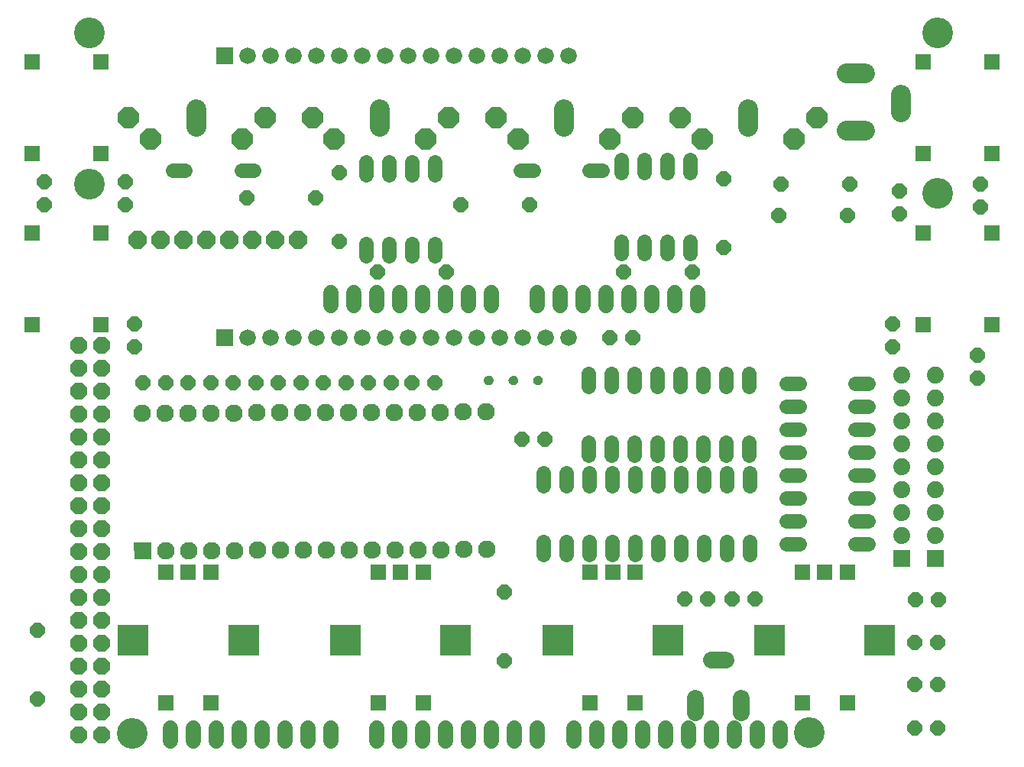
<source format=gts>
G75*
%MOIN*%
%OFA0B0*%
%FSLAX25Y25*%
%IPPOS*%
%LPD*%
%AMOC8*
5,1,8,0,0,1.08239X$1,22.5*
%
%ADD10C,0.13398*%
%ADD11C,0.06546*%
%ADD12OC8,0.07400*%
%ADD13R,0.07600X0.07600*%
%ADD14C,0.07600*%
%ADD15C,0.06400*%
%ADD16R,0.07200X0.07200*%
%ADD17C,0.07200*%
%ADD18R,0.07137X0.07137*%
%ADD19R,0.13461X0.13461*%
%ADD20OC8,0.06400*%
%ADD21R,0.07400X0.07400*%
%ADD22C,0.07400*%
%ADD23R,0.06743X0.06743*%
%ADD24C,0.07200*%
%ADD25C,0.08674*%
%ADD26OC8,0.07800*%
%ADD27OC8,0.09400*%
%ADD28C,0.08600*%
%ADD29C,0.00500*%
D10*
X0051358Y0011516D03*
X0032480Y0250984D03*
X0032480Y0316929D03*
X0346542Y0011606D03*
X0402559Y0247047D03*
X0402559Y0316929D03*
D11*
X0298071Y0203700D02*
X0298071Y0197954D01*
X0288071Y0197954D02*
X0288071Y0203700D01*
X0278071Y0203700D02*
X0278071Y0197954D01*
X0268071Y0197954D02*
X0268071Y0203700D01*
X0258071Y0203700D02*
X0258071Y0197954D01*
X0248071Y0197954D02*
X0248071Y0203700D01*
X0238071Y0203700D02*
X0238071Y0197954D01*
X0228071Y0197954D02*
X0228071Y0203700D01*
X0208071Y0203700D02*
X0208071Y0197954D01*
X0198071Y0197954D02*
X0198071Y0203700D01*
X0188071Y0203700D02*
X0188071Y0197954D01*
X0178071Y0197954D02*
X0178071Y0203700D01*
X0168071Y0203700D02*
X0168071Y0197954D01*
X0158071Y0197954D02*
X0158071Y0203700D01*
X0148071Y0203700D02*
X0148071Y0197954D01*
X0138071Y0197954D02*
X0138071Y0203700D01*
X0138071Y0013700D02*
X0138071Y0007954D01*
X0128071Y0007954D02*
X0128071Y0013700D01*
X0118071Y0013700D02*
X0118071Y0007954D01*
X0108071Y0007954D02*
X0108071Y0013700D01*
X0098071Y0013700D02*
X0098071Y0007954D01*
X0088071Y0007954D02*
X0088071Y0013700D01*
X0078071Y0013700D02*
X0078071Y0007954D01*
X0068071Y0007954D02*
X0068071Y0013700D01*
X0158071Y0013700D02*
X0158071Y0007954D01*
X0168071Y0007954D02*
X0168071Y0013700D01*
X0178071Y0013700D02*
X0178071Y0007954D01*
X0188071Y0007954D02*
X0188071Y0013700D01*
X0198071Y0013700D02*
X0198071Y0007954D01*
X0208071Y0007954D02*
X0208071Y0013700D01*
X0218071Y0013700D02*
X0218071Y0007954D01*
X0228071Y0007954D02*
X0228071Y0013700D01*
X0244071Y0013700D02*
X0244071Y0007954D01*
X0254071Y0007954D02*
X0254071Y0013700D01*
X0264071Y0013700D02*
X0264071Y0007954D01*
X0274071Y0007954D02*
X0274071Y0013700D01*
X0284071Y0013700D02*
X0284071Y0007954D01*
X0294071Y0007954D02*
X0294071Y0013700D01*
X0304071Y0013700D02*
X0304071Y0007954D01*
X0314071Y0007954D02*
X0314071Y0013700D01*
X0324071Y0013700D02*
X0324071Y0007954D01*
X0334071Y0007954D02*
X0334071Y0013700D01*
D12*
X0038071Y0010827D03*
X0038071Y0020827D03*
X0028071Y0020827D03*
X0028071Y0010827D03*
X0028071Y0030827D03*
X0028071Y0040827D03*
X0028071Y0050827D03*
X0028071Y0060827D03*
X0028071Y0070827D03*
X0038071Y0070827D03*
X0038071Y0060827D03*
X0038071Y0050827D03*
X0038071Y0040827D03*
X0038071Y0030827D03*
X0038071Y0080827D03*
X0038071Y0090827D03*
X0038071Y0100827D03*
X0038071Y0110827D03*
X0028071Y0110827D03*
X0028071Y0100827D03*
X0028071Y0090827D03*
X0028071Y0080827D03*
X0028071Y0120827D03*
X0028071Y0130827D03*
X0028071Y0140827D03*
X0028071Y0150827D03*
X0028071Y0160827D03*
X0038071Y0160827D03*
X0038071Y0150827D03*
X0038071Y0140827D03*
X0038071Y0130827D03*
X0038071Y0120827D03*
X0038071Y0170827D03*
X0038071Y0180827D03*
X0028071Y0180827D03*
X0028071Y0170827D03*
D13*
G36*
X0059705Y0094865D02*
X0059732Y0087266D01*
X0052133Y0087239D01*
X0052106Y0094838D01*
X0059705Y0094865D01*
G37*
D14*
X0065919Y0091086D03*
X0075919Y0091121D03*
X0085919Y0091156D03*
X0095919Y0091191D03*
X0105919Y0091226D03*
X0115919Y0091261D03*
X0125919Y0091296D03*
X0135919Y0091331D03*
X0145918Y0091366D03*
X0155918Y0091401D03*
X0165918Y0091436D03*
X0175918Y0091470D03*
X0185918Y0091505D03*
X0195918Y0091540D03*
X0205918Y0091575D03*
X0205709Y0151575D03*
X0195709Y0151540D03*
X0185709Y0151505D03*
X0175709Y0151470D03*
X0165709Y0151435D03*
X0155709Y0151400D03*
X0145709Y0151365D03*
X0135709Y0151330D03*
X0125709Y0151296D03*
X0115709Y0151261D03*
X0105709Y0151226D03*
X0095709Y0151191D03*
X0085709Y0151156D03*
X0075709Y0151121D03*
X0065710Y0151086D03*
X0055710Y0151051D03*
D15*
X0068814Y0256890D02*
X0074414Y0256890D01*
X0098814Y0256890D02*
X0104414Y0256890D01*
X0153307Y0255157D02*
X0153307Y0260757D01*
X0163307Y0260757D02*
X0163307Y0255157D01*
X0173307Y0255157D02*
X0173307Y0260757D01*
X0183307Y0260757D02*
X0183307Y0255157D01*
X0183307Y0225157D02*
X0183307Y0219557D01*
X0173307Y0219557D02*
X0173307Y0225157D01*
X0163307Y0225157D02*
X0163307Y0219557D01*
X0153307Y0219557D02*
X0153307Y0225157D01*
X0220563Y0256879D02*
X0226163Y0256879D01*
X0250563Y0256879D02*
X0256163Y0256879D01*
X0264528Y0256142D02*
X0264528Y0261742D01*
X0274528Y0261742D02*
X0274528Y0256142D01*
X0284528Y0256142D02*
X0284528Y0261742D01*
X0294528Y0261742D02*
X0294528Y0256142D01*
X0294528Y0226142D02*
X0294528Y0220542D01*
X0284528Y0220542D02*
X0284528Y0226142D01*
X0274528Y0226142D02*
X0274528Y0220542D01*
X0264528Y0220542D02*
X0264528Y0226142D01*
X0260433Y0168391D02*
X0260433Y0162791D01*
X0270433Y0162791D02*
X0270433Y0168391D01*
X0280433Y0168391D02*
X0280433Y0162791D01*
X0290433Y0162791D02*
X0290433Y0168391D01*
X0300433Y0168391D02*
X0300433Y0162791D01*
X0310433Y0162791D02*
X0310433Y0168391D01*
X0320433Y0168391D02*
X0320433Y0162791D01*
X0336531Y0163937D02*
X0342131Y0163937D01*
X0342131Y0153937D02*
X0336531Y0153937D01*
X0336531Y0143937D02*
X0342131Y0143937D01*
X0342131Y0133937D02*
X0336531Y0133937D01*
X0336531Y0123937D02*
X0342131Y0123937D01*
X0342131Y0113937D02*
X0336531Y0113937D01*
X0336531Y0103937D02*
X0342131Y0103937D01*
X0342131Y0093937D02*
X0336531Y0093937D01*
X0320591Y0095083D02*
X0320591Y0089483D01*
X0310591Y0089483D02*
X0310591Y0095083D01*
X0300591Y0095083D02*
X0300591Y0089483D01*
X0290591Y0089483D02*
X0290591Y0095083D01*
X0280591Y0095083D02*
X0280591Y0089483D01*
X0270591Y0089483D02*
X0270591Y0095083D01*
X0260591Y0095083D02*
X0260591Y0089483D01*
X0250591Y0089483D02*
X0250591Y0095083D01*
X0240591Y0095083D02*
X0240591Y0089483D01*
X0230591Y0089483D02*
X0230591Y0095083D01*
X0230591Y0119483D02*
X0230591Y0125083D01*
X0240591Y0125083D02*
X0240591Y0119483D01*
X0250591Y0119483D02*
X0250591Y0125083D01*
X0250433Y0132791D02*
X0250433Y0138391D01*
X0260433Y0138391D02*
X0260433Y0132791D01*
X0260591Y0125083D02*
X0260591Y0119483D01*
X0270591Y0119483D02*
X0270591Y0125083D01*
X0270433Y0132791D02*
X0270433Y0138391D01*
X0280433Y0138391D02*
X0280433Y0132791D01*
X0280591Y0125083D02*
X0280591Y0119483D01*
X0290591Y0119483D02*
X0290591Y0125083D01*
X0290433Y0132791D02*
X0290433Y0138391D01*
X0300433Y0138391D02*
X0300433Y0132791D01*
X0300591Y0125083D02*
X0300591Y0119483D01*
X0310591Y0119483D02*
X0310591Y0125083D01*
X0310433Y0132791D02*
X0310433Y0138391D01*
X0320433Y0138391D02*
X0320433Y0132791D01*
X0320591Y0125083D02*
X0320591Y0119483D01*
X0366531Y0123937D02*
X0372131Y0123937D01*
X0372131Y0113937D02*
X0366531Y0113937D01*
X0366531Y0103937D02*
X0372131Y0103937D01*
X0372131Y0093937D02*
X0366531Y0093937D01*
X0366531Y0133937D02*
X0372131Y0133937D01*
X0372131Y0143937D02*
X0366531Y0143937D01*
X0366531Y0153937D02*
X0372131Y0153937D01*
X0372131Y0163937D02*
X0366531Y0163937D01*
X0250433Y0162791D02*
X0250433Y0168391D01*
D16*
X0091535Y0184055D03*
X0091535Y0307087D03*
D17*
X0101535Y0307087D03*
X0111535Y0307087D03*
X0121535Y0307087D03*
X0131535Y0307087D03*
X0141535Y0307087D03*
X0151535Y0307087D03*
X0161535Y0307087D03*
X0171535Y0307087D03*
X0181535Y0307087D03*
X0191535Y0307087D03*
X0201535Y0307087D03*
X0211535Y0307087D03*
X0221535Y0307087D03*
X0231535Y0307087D03*
X0241535Y0307087D03*
X0241535Y0184055D03*
X0231535Y0184055D03*
X0221535Y0184055D03*
X0211535Y0184055D03*
X0201535Y0184055D03*
X0191535Y0184055D03*
X0181535Y0184055D03*
X0171535Y0184055D03*
X0161535Y0184055D03*
X0151535Y0184055D03*
X0141535Y0184055D03*
X0131535Y0184055D03*
X0121535Y0184055D03*
X0111535Y0184055D03*
X0101535Y0184055D03*
D18*
X0085630Y0081693D03*
X0075787Y0081693D03*
X0065945Y0081693D03*
X0065945Y0024606D03*
X0085630Y0024606D03*
X0158465Y0024606D03*
X0178150Y0024606D03*
X0178150Y0081693D03*
X0168307Y0081693D03*
X0158465Y0081693D03*
X0250984Y0081693D03*
X0260827Y0081693D03*
X0270669Y0081693D03*
X0270669Y0024606D03*
X0250984Y0024606D03*
X0343504Y0024606D03*
X0363189Y0024606D03*
X0363189Y0081693D03*
X0353346Y0081693D03*
X0343504Y0081693D03*
D19*
X0329331Y0052165D03*
X0284843Y0052165D03*
X0236811Y0052165D03*
X0192323Y0052165D03*
X0144291Y0052165D03*
X0099803Y0052165D03*
X0051772Y0052165D03*
X0377362Y0052165D03*
D20*
X0009843Y0026339D03*
X0009843Y0056339D03*
X0056024Y0164370D03*
X0066024Y0164370D03*
X0075709Y0164370D03*
X0085709Y0164370D03*
X0095394Y0164370D03*
X0105394Y0164370D03*
X0115079Y0164370D03*
X0125079Y0164370D03*
X0134764Y0164370D03*
X0144764Y0164370D03*
X0154449Y0164370D03*
X0164449Y0164370D03*
X0173150Y0164370D03*
X0183150Y0164370D03*
X0221378Y0139764D03*
X0231378Y0139764D03*
X0259764Y0184055D03*
X0269764Y0184055D03*
X0265512Y0212598D03*
X0295512Y0212598D03*
X0309420Y0223278D03*
X0333425Y0237205D03*
X0334409Y0250984D03*
X0309420Y0253278D03*
X0364409Y0250984D03*
X0363425Y0237205D03*
X0385827Y0238110D03*
X0385827Y0248110D03*
X0421260Y0251063D03*
X0421260Y0241063D03*
X0382874Y0190039D03*
X0382874Y0180039D03*
X0419826Y0176456D03*
X0419826Y0166456D03*
X0402950Y0069612D03*
X0392950Y0069612D03*
X0392638Y0051181D03*
X0402638Y0051181D03*
X0402495Y0032750D03*
X0392495Y0032750D03*
X0392638Y0013780D03*
X0402638Y0013780D03*
X0322913Y0069882D03*
X0312913Y0069882D03*
X0302244Y0069882D03*
X0292244Y0069882D03*
X0213583Y0073071D03*
X0213583Y0043071D03*
X0188228Y0212598D03*
X0194646Y0242126D03*
X0224646Y0242126D03*
X0158228Y0212598D03*
X0141732Y0226142D03*
X0131142Y0245079D03*
X0141732Y0256142D03*
X0101142Y0245079D03*
X0052165Y0190039D03*
X0052165Y0180039D03*
X0048228Y0242047D03*
X0048228Y0252047D03*
X0012795Y0252047D03*
X0012795Y0242047D03*
D21*
X0386811Y0087598D03*
X0401575Y0087598D03*
D22*
X0401575Y0097598D03*
X0401575Y0107598D03*
X0401575Y0117598D03*
X0401575Y0127598D03*
X0401575Y0137598D03*
X0401575Y0147598D03*
X0401575Y0157598D03*
X0401575Y0167598D03*
X0386811Y0167598D03*
X0386811Y0157598D03*
X0386811Y0147598D03*
X0386811Y0137598D03*
X0386811Y0127598D03*
X0386811Y0117598D03*
X0386811Y0107598D03*
X0386811Y0097598D03*
D23*
X0396417Y0189646D03*
X0426417Y0189646D03*
X0426417Y0229646D03*
X0426417Y0264449D03*
X0396417Y0264449D03*
X0396417Y0229646D03*
X0396417Y0304449D03*
X0426417Y0304449D03*
X0037638Y0304449D03*
X0007638Y0304449D03*
X0007638Y0264449D03*
X0007638Y0229646D03*
X0037638Y0229646D03*
X0037638Y0264449D03*
X0037638Y0189646D03*
X0007638Y0189646D03*
D24*
X0297087Y0026665D02*
X0297087Y0020265D01*
X0317087Y0020265D02*
X0317087Y0026665D01*
X0310287Y0043465D02*
X0303887Y0043465D01*
D25*
X0363012Y0274409D02*
X0370886Y0274409D01*
X0386634Y0282283D02*
X0386634Y0290157D01*
X0370886Y0299213D02*
X0363012Y0299213D01*
D26*
X0123531Y0226811D03*
X0113531Y0226811D03*
X0103531Y0226811D03*
X0093531Y0226811D03*
X0083531Y0226811D03*
X0073531Y0226811D03*
X0063531Y0226811D03*
X0053531Y0226811D03*
D27*
X0059232Y0270591D03*
X0049626Y0280197D03*
X0099232Y0270591D03*
X0109232Y0280197D03*
X0129843Y0280197D03*
X0139449Y0270591D03*
X0179449Y0270591D03*
X0189449Y0280197D03*
X0210059Y0280197D03*
X0219665Y0270591D03*
X0259665Y0270591D03*
X0269665Y0280197D03*
X0290276Y0280197D03*
X0299882Y0270591D03*
X0339882Y0270591D03*
X0349882Y0280197D03*
D28*
X0319882Y0283703D02*
X0319882Y0275903D01*
X0239665Y0275903D02*
X0239665Y0283703D01*
X0159449Y0283703D02*
X0159449Y0275903D01*
X0079232Y0275903D02*
X0079232Y0283703D01*
D29*
X0205455Y0166451D02*
X0205740Y0166727D01*
X0206079Y0166932D01*
X0206455Y0167056D01*
X0206850Y0167094D01*
X0207233Y0167048D01*
X0207597Y0166917D01*
X0207922Y0166709D01*
X0208193Y0166433D01*
X0208395Y0166104D01*
X0208520Y0165739D01*
X0208560Y0165354D01*
X0208526Y0164973D01*
X0208408Y0164608D01*
X0208212Y0164279D01*
X0207947Y0164002D01*
X0207628Y0163791D01*
X0207269Y0163656D01*
X0206890Y0163604D01*
X0206489Y0163639D01*
X0206107Y0163763D01*
X0205761Y0163968D01*
X0205470Y0164245D01*
X0205247Y0164580D01*
X0205105Y0164956D01*
X0205050Y0165354D01*
X0205101Y0165747D01*
X0205238Y0166119D01*
X0205455Y0166451D01*
X0205508Y0166503D02*
X0208124Y0166503D01*
X0208430Y0166004D02*
X0205196Y0166004D01*
X0205070Y0165506D02*
X0208544Y0165506D01*
X0208529Y0165007D02*
X0205098Y0165007D01*
X0205295Y0164509D02*
X0208348Y0164509D01*
X0207955Y0164010D02*
X0205716Y0164010D01*
X0206289Y0167001D02*
X0207362Y0167001D01*
X0215821Y0165788D02*
X0215958Y0166159D01*
X0216175Y0166491D01*
X0216460Y0166767D01*
X0216799Y0166972D01*
X0217175Y0167097D01*
X0217570Y0167134D01*
X0217953Y0167088D01*
X0218317Y0166957D01*
X0218642Y0166749D01*
X0218913Y0166473D01*
X0219116Y0166144D01*
X0219240Y0165779D01*
X0219280Y0165394D01*
X0219246Y0165013D01*
X0219128Y0164649D01*
X0218932Y0164320D01*
X0218667Y0164042D01*
X0218348Y0163831D01*
X0217989Y0163696D01*
X0217610Y0163644D01*
X0217209Y0163680D01*
X0216827Y0163803D01*
X0216481Y0164008D01*
X0216190Y0164285D01*
X0215967Y0164620D01*
X0215825Y0164996D01*
X0215770Y0165394D01*
X0215821Y0165788D01*
X0215901Y0166004D02*
X0219163Y0166004D01*
X0219268Y0165506D02*
X0215785Y0165506D01*
X0215824Y0165007D02*
X0219244Y0165007D01*
X0219045Y0164509D02*
X0216041Y0164509D01*
X0216479Y0164010D02*
X0218619Y0164010D01*
X0218884Y0166503D02*
X0216187Y0166503D01*
X0216887Y0167001D02*
X0218194Y0167001D01*
X0226521Y0165758D02*
X0226658Y0166129D01*
X0226874Y0166461D01*
X0227159Y0166737D01*
X0227498Y0166942D01*
X0227875Y0167067D01*
X0228269Y0167104D01*
X0228653Y0167058D01*
X0229016Y0166927D01*
X0229342Y0166719D01*
X0229612Y0166443D01*
X0229815Y0166115D01*
X0229940Y0165749D01*
X0229980Y0165365D01*
X0229946Y0164983D01*
X0229828Y0164619D01*
X0229631Y0164290D01*
X0229367Y0164013D01*
X0229047Y0163801D01*
X0228689Y0163666D01*
X0228309Y0163615D01*
X0227909Y0163650D01*
X0227526Y0163773D01*
X0227181Y0163978D01*
X0226889Y0164255D01*
X0226667Y0164590D01*
X0226525Y0164966D01*
X0226470Y0165365D01*
X0226521Y0165758D01*
X0226488Y0165506D02*
X0229965Y0165506D01*
X0229948Y0165007D02*
X0226519Y0165007D01*
X0226721Y0164509D02*
X0229762Y0164509D01*
X0229364Y0164010D02*
X0227147Y0164010D01*
X0226612Y0166004D02*
X0229853Y0166004D01*
X0229554Y0166503D02*
X0226917Y0166503D01*
X0227677Y0167001D02*
X0228810Y0167001D01*
M02*

</source>
